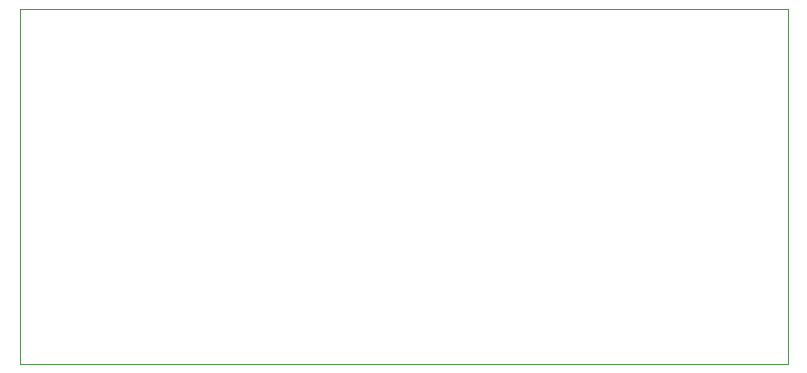
<source format=gbr>
%TF.GenerationSoftware,KiCad,Pcbnew,6.0.8-f2edbf62ab~116~ubuntu22.04.1*%
%TF.CreationDate,2022-10-16T01:51:03-07:00*%
%TF.ProjectId,bracelet-pcb,62726163-656c-4657-942d-7063622e6b69,rev?*%
%TF.SameCoordinates,Original*%
%TF.FileFunction,Profile,NP*%
%FSLAX46Y46*%
G04 Gerber Fmt 4.6, Leading zero omitted, Abs format (unit mm)*
G04 Created by KiCad (PCBNEW 6.0.8-f2edbf62ab~116~ubuntu22.04.1) date 2022-10-16 01:51:03*
%MOMM*%
%LPD*%
G01*
G04 APERTURE LIST*
%TA.AperFunction,Profile*%
%ADD10C,0.100000*%
%TD*%
G04 APERTURE END LIST*
D10*
X95000000Y-100000000D02*
X160000000Y-100000000D01*
X160000000Y-100000000D02*
X160000000Y-130000000D01*
X160000000Y-130000000D02*
X95000000Y-130000000D01*
X95000000Y-130000000D02*
X95000000Y-100000000D01*
M02*

</source>
